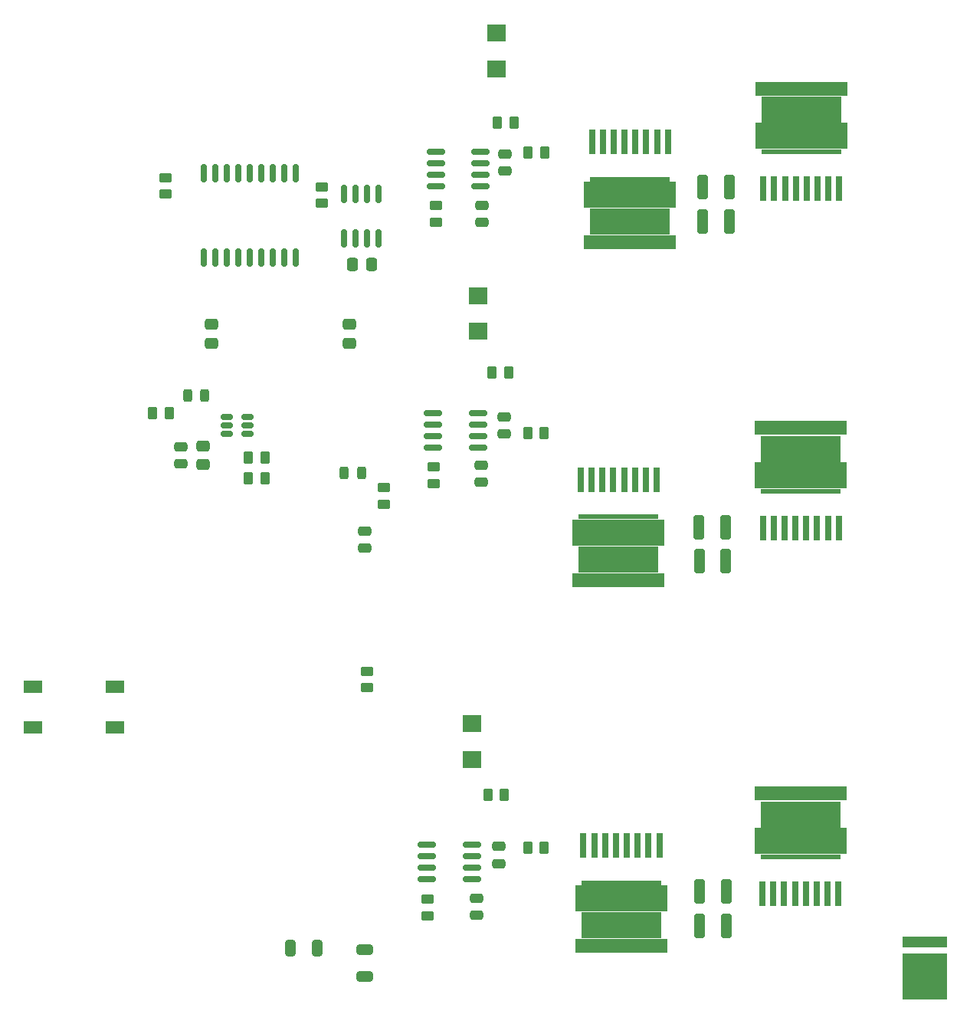
<source format=gtp>
G04 #@! TF.GenerationSoftware,KiCad,Pcbnew,9.0.4*
G04 #@! TF.CreationDate,2025-10-24T08:47:37-07:00*
G04 #@! TF.ProjectId,Urban MC,55726261-6e20-44d4-932e-6b696361645f,rev?*
G04 #@! TF.SameCoordinates,Original*
G04 #@! TF.FileFunction,Paste,Top*
G04 #@! TF.FilePolarity,Positive*
%FSLAX46Y46*%
G04 Gerber Fmt 4.6, Leading zero omitted, Abs format (unit mm)*
G04 Created by KiCad (PCBNEW 9.0.4) date 2025-10-24 08:47:37*
%MOMM*%
%LPD*%
G01*
G04 APERTURE LIST*
G04 Aperture macros list*
%AMRoundRect*
0 Rectangle with rounded corners*
0 $1 Rounding radius*
0 $2 $3 $4 $5 $6 $7 $8 $9 X,Y pos of 4 corners*
0 Add a 4 corners polygon primitive as box body*
4,1,4,$2,$3,$4,$5,$6,$7,$8,$9,$2,$3,0*
0 Add four circle primitives for the rounded corners*
1,1,$1+$1,$2,$3*
1,1,$1+$1,$4,$5*
1,1,$1+$1,$6,$7*
1,1,$1+$1,$8,$9*
0 Add four rect primitives between the rounded corners*
20,1,$1+$1,$2,$3,$4,$5,0*
20,1,$1+$1,$4,$5,$6,$7,0*
20,1,$1+$1,$6,$7,$8,$9,0*
20,1,$1+$1,$8,$9,$2,$3,0*%
G04 Aperture macros list end*
%ADD10RoundRect,0.250000X0.475000X-0.250000X0.475000X0.250000X-0.475000X0.250000X-0.475000X-0.250000X0*%
%ADD11RoundRect,0.250000X-0.450000X0.262500X-0.450000X-0.262500X0.450000X-0.262500X0.450000X0.262500X0*%
%ADD12RoundRect,0.250000X-0.262500X-0.450000X0.262500X-0.450000X0.262500X0.450000X-0.262500X0.450000X0*%
%ADD13R,2.159000X1.955800*%
%ADD14RoundRect,0.250000X-0.325000X-1.100000X0.325000X-1.100000X0.325000X1.100000X-0.325000X1.100000X0*%
%ADD15RoundRect,0.250000X-0.337500X-0.475000X0.337500X-0.475000X0.337500X0.475000X-0.337500X0.475000X0*%
%ADD16RoundRect,0.250000X-0.475000X0.250000X-0.475000X-0.250000X0.475000X-0.250000X0.475000X0.250000X0*%
%ADD17RoundRect,0.150000X-0.825000X-0.150000X0.825000X-0.150000X0.825000X0.150000X-0.825000X0.150000X0*%
%ADD18RoundRect,0.150000X0.150000X-0.875000X0.150000X0.875000X-0.150000X0.875000X-0.150000X-0.875000X0*%
%ADD19R,0.800000X2.800000*%
%ADD20R,8.900000X0.600000*%
%ADD21R,10.200000X2.900000*%
%ADD22R,8.900000X2.950000*%
%ADD23R,10.200000X1.650000*%
%ADD24R,2.100000X1.400000*%
%ADD25RoundRect,0.243750X0.243750X0.456250X-0.243750X0.456250X-0.243750X-0.456250X0.243750X-0.456250X0*%
%ADD26RoundRect,0.150000X0.150000X-0.825000X0.150000X0.825000X-0.150000X0.825000X-0.150000X-0.825000X0*%
%ADD27RoundRect,0.250000X0.450000X-0.262500X0.450000X0.262500X-0.450000X0.262500X-0.450000X-0.262500X0*%
%ADD28R,4.930000X1.190000*%
%ADD29R,4.930000X5.040000*%
%ADD30RoundRect,0.250000X0.650000X-0.325000X0.650000X0.325000X-0.650000X0.325000X-0.650000X-0.325000X0*%
%ADD31RoundRect,0.250000X-0.475000X0.337500X-0.475000X-0.337500X0.475000X-0.337500X0.475000X0.337500X0*%
%ADD32RoundRect,0.150000X-0.512500X-0.150000X0.512500X-0.150000X0.512500X0.150000X-0.512500X0.150000X0*%
%ADD33RoundRect,0.250000X0.475000X-0.337500X0.475000X0.337500X-0.475000X0.337500X-0.475000X-0.337500X0*%
%ADD34RoundRect,0.250000X-0.325000X-0.650000X0.325000X-0.650000X0.325000X0.650000X-0.325000X0.650000X0*%
%ADD35RoundRect,0.243750X-0.243750X-0.456250X0.243750X-0.456250X0.243750X0.456250X-0.243750X0.456250X0*%
G04 APERTURE END LIST*
D10*
X148930000Y-55050000D03*
X148930000Y-53150000D03*
D11*
X143600000Y-82067500D03*
X143600000Y-83892500D03*
D12*
X154027500Y-124110000D03*
X155852500Y-124110000D03*
D11*
X131267200Y-51106700D03*
X131267200Y-52931700D03*
D13*
X147890000Y-114362700D03*
X147890000Y-110425700D03*
D10*
X148390000Y-131600000D03*
X148390000Y-129700000D03*
D14*
X173327800Y-51155600D03*
X176277800Y-51155600D03*
D15*
X134674700Y-59690000D03*
X136749700Y-59690000D03*
D14*
X172921400Y-88696800D03*
X175871400Y-88696800D03*
D12*
X154007500Y-78320000D03*
X155832500Y-78320000D03*
D14*
X172972200Y-92456000D03*
X175922200Y-92456000D03*
D16*
X136017000Y-89159000D03*
X136017000Y-91059000D03*
D10*
X151490000Y-49370000D03*
X151490000Y-47470000D03*
D17*
X143585000Y-76090000D03*
X143585000Y-77360000D03*
X143585000Y-78630000D03*
X143585000Y-79900000D03*
X148535000Y-79900000D03*
X148535000Y-78630000D03*
X148535000Y-77360000D03*
X148535000Y-76090000D03*
D18*
X118211600Y-58904400D03*
X119481600Y-58904400D03*
X120751600Y-58904400D03*
X122021600Y-58904400D03*
X123291600Y-58904400D03*
X124561600Y-58904400D03*
X125831600Y-58904400D03*
X127101600Y-58904400D03*
X128371600Y-58904400D03*
X128371600Y-49604400D03*
X127101600Y-49604400D03*
X125831600Y-49604400D03*
X124561600Y-49604400D03*
X123291600Y-49604400D03*
X122021600Y-49604400D03*
X120751600Y-49604400D03*
X119481600Y-49604400D03*
X118211600Y-49604400D03*
D19*
X180000800Y-88814400D03*
X181200800Y-88814400D03*
X182400800Y-88814400D03*
X183600800Y-88814400D03*
X184800800Y-88814400D03*
X186000800Y-88814400D03*
X187200800Y-88814400D03*
X188400800Y-88814400D03*
D20*
X184200800Y-84734400D03*
D21*
X184200800Y-82985400D03*
D22*
X184200800Y-80060400D03*
D23*
X184200800Y-77760400D03*
D14*
X173327800Y-54965600D03*
X176277800Y-54965600D03*
D17*
X142895000Y-123760000D03*
X142895000Y-125030000D03*
X142895000Y-126300000D03*
X142895000Y-127570000D03*
X147845000Y-127570000D03*
X147845000Y-126300000D03*
X147845000Y-125030000D03*
X147845000Y-123760000D03*
D12*
X149627500Y-118280000D03*
X151452500Y-118280000D03*
X123166500Y-83312000D03*
X124991500Y-83312000D03*
D24*
X108410600Y-110835000D03*
X99310600Y-110835000D03*
X108410600Y-106335000D03*
X99310600Y-106335000D03*
D19*
X168275761Y-83501468D03*
X167075761Y-83501468D03*
X165875761Y-83501468D03*
X164675761Y-83501468D03*
X163475761Y-83501468D03*
X162275761Y-83501468D03*
X161075761Y-83501468D03*
X159875761Y-83501468D03*
D20*
X164075761Y-87581468D03*
D21*
X164075761Y-89330468D03*
D22*
X164075761Y-92255468D03*
D23*
X164075761Y-94555468D03*
D13*
X150610000Y-38098500D03*
X150610000Y-34161500D03*
D14*
X173023000Y-132740400D03*
X175973000Y-132740400D03*
D25*
X118285500Y-74168000D03*
X116410500Y-74168000D03*
D11*
X143880000Y-53177500D03*
X143880000Y-55002500D03*
D10*
X150850000Y-125890000D03*
X150850000Y-123990000D03*
D26*
X133705600Y-56831000D03*
X134975600Y-56831000D03*
X136245600Y-56831000D03*
X137515600Y-56831000D03*
X137515600Y-51881000D03*
X136245600Y-51881000D03*
X134975600Y-51881000D03*
X133705600Y-51881000D03*
D27*
X136271000Y-106449500D03*
X136271000Y-104624500D03*
D14*
X173023000Y-128981200D03*
X175973000Y-128981200D03*
D10*
X151390000Y-78410000D03*
X151390000Y-76510000D03*
D28*
X197866000Y-134569200D03*
D29*
X197866000Y-138384200D03*
D10*
X115722400Y-81722000D03*
X115722400Y-79822000D03*
D30*
X135990000Y-138355000D03*
X135990000Y-135405000D03*
D12*
X150697500Y-44010000D03*
X152522500Y-44010000D03*
X150097500Y-71600000D03*
X151922500Y-71600000D03*
X154047500Y-47350000D03*
X155872500Y-47350000D03*
D19*
X168575991Y-123909538D03*
X167375991Y-123909538D03*
X166175991Y-123909538D03*
X164975991Y-123909538D03*
X163775991Y-123909538D03*
X162575991Y-123909538D03*
X161375991Y-123909538D03*
X160175991Y-123909538D03*
D20*
X164375991Y-127989538D03*
D21*
X164375991Y-129738538D03*
D22*
X164375991Y-132663538D03*
D23*
X164375991Y-134963538D03*
D11*
X142980000Y-129827500D03*
X142980000Y-131652500D03*
D31*
X134321086Y-66297900D03*
X134321086Y-68372900D03*
D10*
X148910000Y-83750000D03*
X148910000Y-81850000D03*
D19*
X169515791Y-46185538D03*
X168315791Y-46185538D03*
X167115791Y-46185538D03*
X165915791Y-46185538D03*
X164715791Y-46185538D03*
X163515791Y-46185538D03*
X162315791Y-46185538D03*
X161115791Y-46185538D03*
D20*
X165315791Y-50265538D03*
D21*
X165315791Y-52014538D03*
D22*
X165315791Y-54939538D03*
D23*
X165315791Y-57239538D03*
D27*
X138125200Y-86153000D03*
X138125200Y-84328000D03*
D13*
X148560000Y-67098500D03*
X148560000Y-63161500D03*
D17*
X143875000Y-47240000D03*
X143875000Y-48510000D03*
X143875000Y-49780000D03*
X143875000Y-51050000D03*
X148825000Y-51050000D03*
X148825000Y-49780000D03*
X148825000Y-48510000D03*
X148825000Y-47240000D03*
D12*
X112574700Y-76149200D03*
X114399700Y-76149200D03*
D32*
X120782500Y-76520000D03*
X120782500Y-77470000D03*
X120782500Y-78420000D03*
X123057500Y-78420000D03*
X123057500Y-77470000D03*
X123057500Y-76520000D03*
D11*
X113995200Y-50090700D03*
X113995200Y-51915700D03*
D33*
X118110000Y-81809500D03*
X118110000Y-79734500D03*
D19*
X179950000Y-129200800D03*
X181150000Y-129200800D03*
X182350000Y-129200800D03*
X183550000Y-129200800D03*
X184750000Y-129200800D03*
X185950000Y-129200800D03*
X187150000Y-129200800D03*
X188350000Y-129200800D03*
D20*
X184150000Y-125120800D03*
D21*
X184150000Y-123371800D03*
D22*
X184150000Y-120446800D03*
D23*
X184150000Y-118146800D03*
D34*
X127805000Y-135180000D03*
X130755000Y-135180000D03*
D35*
X133756400Y-82753200D03*
X135631400Y-82753200D03*
D19*
X180051600Y-51324000D03*
X181251600Y-51324000D03*
X182451600Y-51324000D03*
X183651600Y-51324000D03*
X184851600Y-51324000D03*
X186051600Y-51324000D03*
X187251600Y-51324000D03*
X188451600Y-51324000D03*
D20*
X184251600Y-47244000D03*
D21*
X184251600Y-45495000D03*
D22*
X184251600Y-42570000D03*
D23*
X184251600Y-40270000D03*
D12*
X123166500Y-81026000D03*
X124991500Y-81026000D03*
D31*
X119118086Y-66297900D03*
X119118086Y-68372900D03*
M02*

</source>
